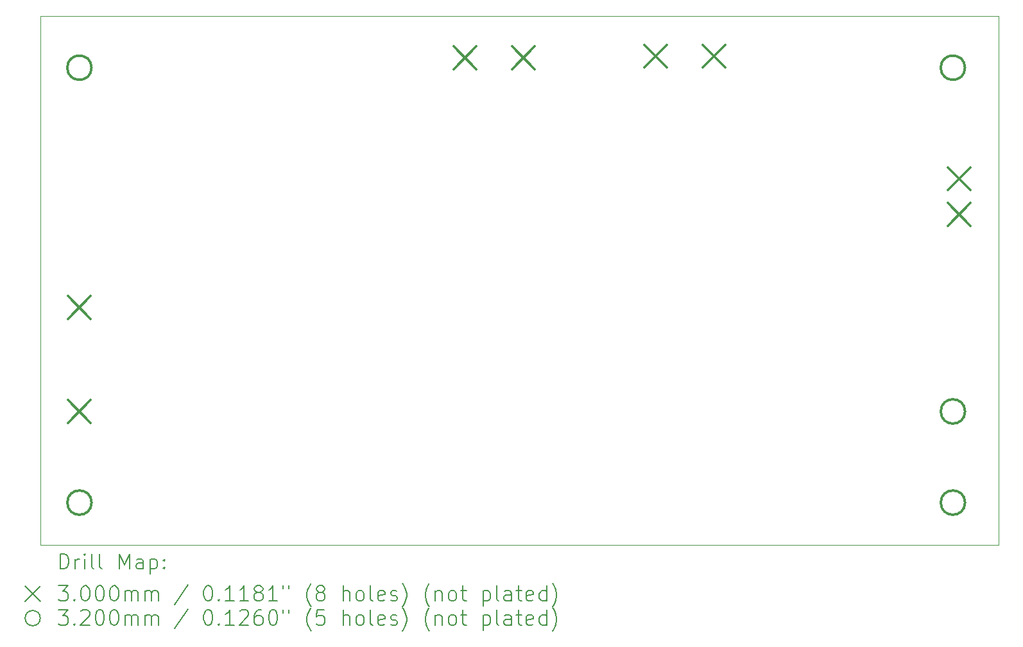
<source format=gbr>
%TF.GenerationSoftware,KiCad,Pcbnew,9.0.1*%
%TF.CreationDate,2025-06-09T13:53:20-07:00*%
%TF.ProjectId,chop_microcontroller_board,63686f70-5f6d-4696-9372-6f636f6e7472,rev?*%
%TF.SameCoordinates,Original*%
%TF.FileFunction,Drillmap*%
%TF.FilePolarity,Positive*%
%FSLAX45Y45*%
G04 Gerber Fmt 4.5, Leading zero omitted, Abs format (unit mm)*
G04 Created by KiCad (PCBNEW 9.0.1) date 2025-06-09 13:53:20*
%MOMM*%
%LPD*%
G01*
G04 APERTURE LIST*
%ADD10C,0.100000*%
%ADD11C,0.200000*%
%ADD12C,0.300000*%
%ADD13C,0.320000*%
G04 APERTURE END LIST*
D10*
X8765540Y-7067400D02*
X21401140Y-7067400D01*
X21401140Y-14045400D01*
X8765540Y-14045400D01*
X8765540Y-7067400D01*
D11*
D12*
X9126500Y-10764000D02*
X9426500Y-11064000D01*
X9426500Y-10764000D02*
X9126500Y-11064000D01*
X9126500Y-12134000D02*
X9426500Y-12434000D01*
X9426500Y-12134000D02*
X9126500Y-12434000D01*
X14215000Y-7468000D02*
X14515000Y-7768000D01*
X14515000Y-7468000D02*
X14215000Y-7768000D01*
X14985000Y-7468000D02*
X15285000Y-7768000D01*
X15285000Y-7468000D02*
X14985000Y-7768000D01*
X16730000Y-7450000D02*
X17030000Y-7750000D01*
X17030000Y-7450000D02*
X16730000Y-7750000D01*
X17500000Y-7450000D02*
X17800000Y-7750000D01*
X17800000Y-7450000D02*
X17500000Y-7750000D01*
X20732000Y-9066000D02*
X21032000Y-9366000D01*
X21032000Y-9066000D02*
X20732000Y-9366000D01*
X20732000Y-9536000D02*
X21032000Y-9836000D01*
X21032000Y-9536000D02*
X20732000Y-9836000D01*
D13*
X9436940Y-7750000D02*
G75*
G02*
X9116940Y-7750000I-160000J0D01*
G01*
X9116940Y-7750000D02*
G75*
G02*
X9436940Y-7750000I160000J0D01*
G01*
X9436940Y-13486500D02*
G75*
G02*
X9116940Y-13486500I-160000J0D01*
G01*
X9116940Y-13486500D02*
G75*
G02*
X9436940Y-13486500I160000J0D01*
G01*
X20960000Y-7750000D02*
G75*
G02*
X20640000Y-7750000I-160000J0D01*
G01*
X20640000Y-7750000D02*
G75*
G02*
X20960000Y-7750000I160000J0D01*
G01*
X20960000Y-12284000D02*
G75*
G02*
X20640000Y-12284000I-160000J0D01*
G01*
X20640000Y-12284000D02*
G75*
G02*
X20960000Y-12284000I160000J0D01*
G01*
X20960000Y-13486500D02*
G75*
G02*
X20640000Y-13486500I-160000J0D01*
G01*
X20640000Y-13486500D02*
G75*
G02*
X20960000Y-13486500I160000J0D01*
G01*
D11*
X9021317Y-14361884D02*
X9021317Y-14161884D01*
X9021317Y-14161884D02*
X9068936Y-14161884D01*
X9068936Y-14161884D02*
X9097507Y-14171408D01*
X9097507Y-14171408D02*
X9116555Y-14190455D01*
X9116555Y-14190455D02*
X9126079Y-14209503D01*
X9126079Y-14209503D02*
X9135603Y-14247598D01*
X9135603Y-14247598D02*
X9135603Y-14276169D01*
X9135603Y-14276169D02*
X9126079Y-14314265D01*
X9126079Y-14314265D02*
X9116555Y-14333312D01*
X9116555Y-14333312D02*
X9097507Y-14352360D01*
X9097507Y-14352360D02*
X9068936Y-14361884D01*
X9068936Y-14361884D02*
X9021317Y-14361884D01*
X9221317Y-14361884D02*
X9221317Y-14228550D01*
X9221317Y-14266646D02*
X9230841Y-14247598D01*
X9230841Y-14247598D02*
X9240364Y-14238074D01*
X9240364Y-14238074D02*
X9259412Y-14228550D01*
X9259412Y-14228550D02*
X9278460Y-14228550D01*
X9345126Y-14361884D02*
X9345126Y-14228550D01*
X9345126Y-14161884D02*
X9335603Y-14171408D01*
X9335603Y-14171408D02*
X9345126Y-14180931D01*
X9345126Y-14180931D02*
X9354650Y-14171408D01*
X9354650Y-14171408D02*
X9345126Y-14161884D01*
X9345126Y-14161884D02*
X9345126Y-14180931D01*
X9468936Y-14361884D02*
X9449888Y-14352360D01*
X9449888Y-14352360D02*
X9440364Y-14333312D01*
X9440364Y-14333312D02*
X9440364Y-14161884D01*
X9573698Y-14361884D02*
X9554650Y-14352360D01*
X9554650Y-14352360D02*
X9545126Y-14333312D01*
X9545126Y-14333312D02*
X9545126Y-14161884D01*
X9802269Y-14361884D02*
X9802269Y-14161884D01*
X9802269Y-14161884D02*
X9868936Y-14304741D01*
X9868936Y-14304741D02*
X9935603Y-14161884D01*
X9935603Y-14161884D02*
X9935603Y-14361884D01*
X10116555Y-14361884D02*
X10116555Y-14257122D01*
X10116555Y-14257122D02*
X10107031Y-14238074D01*
X10107031Y-14238074D02*
X10087984Y-14228550D01*
X10087984Y-14228550D02*
X10049888Y-14228550D01*
X10049888Y-14228550D02*
X10030841Y-14238074D01*
X10116555Y-14352360D02*
X10097507Y-14361884D01*
X10097507Y-14361884D02*
X10049888Y-14361884D01*
X10049888Y-14361884D02*
X10030841Y-14352360D01*
X10030841Y-14352360D02*
X10021317Y-14333312D01*
X10021317Y-14333312D02*
X10021317Y-14314265D01*
X10021317Y-14314265D02*
X10030841Y-14295217D01*
X10030841Y-14295217D02*
X10049888Y-14285693D01*
X10049888Y-14285693D02*
X10097507Y-14285693D01*
X10097507Y-14285693D02*
X10116555Y-14276169D01*
X10211793Y-14228550D02*
X10211793Y-14428550D01*
X10211793Y-14238074D02*
X10230841Y-14228550D01*
X10230841Y-14228550D02*
X10268936Y-14228550D01*
X10268936Y-14228550D02*
X10287984Y-14238074D01*
X10287984Y-14238074D02*
X10297507Y-14247598D01*
X10297507Y-14247598D02*
X10307031Y-14266646D01*
X10307031Y-14266646D02*
X10307031Y-14323788D01*
X10307031Y-14323788D02*
X10297507Y-14342836D01*
X10297507Y-14342836D02*
X10287984Y-14352360D01*
X10287984Y-14352360D02*
X10268936Y-14361884D01*
X10268936Y-14361884D02*
X10230841Y-14361884D01*
X10230841Y-14361884D02*
X10211793Y-14352360D01*
X10392745Y-14342836D02*
X10402269Y-14352360D01*
X10402269Y-14352360D02*
X10392745Y-14361884D01*
X10392745Y-14361884D02*
X10383222Y-14352360D01*
X10383222Y-14352360D02*
X10392745Y-14342836D01*
X10392745Y-14342836D02*
X10392745Y-14361884D01*
X10392745Y-14238074D02*
X10402269Y-14247598D01*
X10402269Y-14247598D02*
X10392745Y-14257122D01*
X10392745Y-14257122D02*
X10383222Y-14247598D01*
X10383222Y-14247598D02*
X10392745Y-14238074D01*
X10392745Y-14238074D02*
X10392745Y-14257122D01*
X8560540Y-14590400D02*
X8760540Y-14790400D01*
X8760540Y-14590400D02*
X8560540Y-14790400D01*
X9002269Y-14581884D02*
X9126079Y-14581884D01*
X9126079Y-14581884D02*
X9059412Y-14658074D01*
X9059412Y-14658074D02*
X9087984Y-14658074D01*
X9087984Y-14658074D02*
X9107031Y-14667598D01*
X9107031Y-14667598D02*
X9116555Y-14677122D01*
X9116555Y-14677122D02*
X9126079Y-14696169D01*
X9126079Y-14696169D02*
X9126079Y-14743788D01*
X9126079Y-14743788D02*
X9116555Y-14762836D01*
X9116555Y-14762836D02*
X9107031Y-14772360D01*
X9107031Y-14772360D02*
X9087984Y-14781884D01*
X9087984Y-14781884D02*
X9030841Y-14781884D01*
X9030841Y-14781884D02*
X9011793Y-14772360D01*
X9011793Y-14772360D02*
X9002269Y-14762836D01*
X9211793Y-14762836D02*
X9221317Y-14772360D01*
X9221317Y-14772360D02*
X9211793Y-14781884D01*
X9211793Y-14781884D02*
X9202269Y-14772360D01*
X9202269Y-14772360D02*
X9211793Y-14762836D01*
X9211793Y-14762836D02*
X9211793Y-14781884D01*
X9345126Y-14581884D02*
X9364174Y-14581884D01*
X9364174Y-14581884D02*
X9383222Y-14591408D01*
X9383222Y-14591408D02*
X9392745Y-14600931D01*
X9392745Y-14600931D02*
X9402269Y-14619979D01*
X9402269Y-14619979D02*
X9411793Y-14658074D01*
X9411793Y-14658074D02*
X9411793Y-14705693D01*
X9411793Y-14705693D02*
X9402269Y-14743788D01*
X9402269Y-14743788D02*
X9392745Y-14762836D01*
X9392745Y-14762836D02*
X9383222Y-14772360D01*
X9383222Y-14772360D02*
X9364174Y-14781884D01*
X9364174Y-14781884D02*
X9345126Y-14781884D01*
X9345126Y-14781884D02*
X9326079Y-14772360D01*
X9326079Y-14772360D02*
X9316555Y-14762836D01*
X9316555Y-14762836D02*
X9307031Y-14743788D01*
X9307031Y-14743788D02*
X9297507Y-14705693D01*
X9297507Y-14705693D02*
X9297507Y-14658074D01*
X9297507Y-14658074D02*
X9307031Y-14619979D01*
X9307031Y-14619979D02*
X9316555Y-14600931D01*
X9316555Y-14600931D02*
X9326079Y-14591408D01*
X9326079Y-14591408D02*
X9345126Y-14581884D01*
X9535603Y-14581884D02*
X9554650Y-14581884D01*
X9554650Y-14581884D02*
X9573698Y-14591408D01*
X9573698Y-14591408D02*
X9583222Y-14600931D01*
X9583222Y-14600931D02*
X9592745Y-14619979D01*
X9592745Y-14619979D02*
X9602269Y-14658074D01*
X9602269Y-14658074D02*
X9602269Y-14705693D01*
X9602269Y-14705693D02*
X9592745Y-14743788D01*
X9592745Y-14743788D02*
X9583222Y-14762836D01*
X9583222Y-14762836D02*
X9573698Y-14772360D01*
X9573698Y-14772360D02*
X9554650Y-14781884D01*
X9554650Y-14781884D02*
X9535603Y-14781884D01*
X9535603Y-14781884D02*
X9516555Y-14772360D01*
X9516555Y-14772360D02*
X9507031Y-14762836D01*
X9507031Y-14762836D02*
X9497507Y-14743788D01*
X9497507Y-14743788D02*
X9487984Y-14705693D01*
X9487984Y-14705693D02*
X9487984Y-14658074D01*
X9487984Y-14658074D02*
X9497507Y-14619979D01*
X9497507Y-14619979D02*
X9507031Y-14600931D01*
X9507031Y-14600931D02*
X9516555Y-14591408D01*
X9516555Y-14591408D02*
X9535603Y-14581884D01*
X9726079Y-14581884D02*
X9745126Y-14581884D01*
X9745126Y-14581884D02*
X9764174Y-14591408D01*
X9764174Y-14591408D02*
X9773698Y-14600931D01*
X9773698Y-14600931D02*
X9783222Y-14619979D01*
X9783222Y-14619979D02*
X9792745Y-14658074D01*
X9792745Y-14658074D02*
X9792745Y-14705693D01*
X9792745Y-14705693D02*
X9783222Y-14743788D01*
X9783222Y-14743788D02*
X9773698Y-14762836D01*
X9773698Y-14762836D02*
X9764174Y-14772360D01*
X9764174Y-14772360D02*
X9745126Y-14781884D01*
X9745126Y-14781884D02*
X9726079Y-14781884D01*
X9726079Y-14781884D02*
X9707031Y-14772360D01*
X9707031Y-14772360D02*
X9697507Y-14762836D01*
X9697507Y-14762836D02*
X9687984Y-14743788D01*
X9687984Y-14743788D02*
X9678460Y-14705693D01*
X9678460Y-14705693D02*
X9678460Y-14658074D01*
X9678460Y-14658074D02*
X9687984Y-14619979D01*
X9687984Y-14619979D02*
X9697507Y-14600931D01*
X9697507Y-14600931D02*
X9707031Y-14591408D01*
X9707031Y-14591408D02*
X9726079Y-14581884D01*
X9878460Y-14781884D02*
X9878460Y-14648550D01*
X9878460Y-14667598D02*
X9887984Y-14658074D01*
X9887984Y-14658074D02*
X9907031Y-14648550D01*
X9907031Y-14648550D02*
X9935603Y-14648550D01*
X9935603Y-14648550D02*
X9954650Y-14658074D01*
X9954650Y-14658074D02*
X9964174Y-14677122D01*
X9964174Y-14677122D02*
X9964174Y-14781884D01*
X9964174Y-14677122D02*
X9973698Y-14658074D01*
X9973698Y-14658074D02*
X9992745Y-14648550D01*
X9992745Y-14648550D02*
X10021317Y-14648550D01*
X10021317Y-14648550D02*
X10040365Y-14658074D01*
X10040365Y-14658074D02*
X10049888Y-14677122D01*
X10049888Y-14677122D02*
X10049888Y-14781884D01*
X10145126Y-14781884D02*
X10145126Y-14648550D01*
X10145126Y-14667598D02*
X10154650Y-14658074D01*
X10154650Y-14658074D02*
X10173698Y-14648550D01*
X10173698Y-14648550D02*
X10202269Y-14648550D01*
X10202269Y-14648550D02*
X10221317Y-14658074D01*
X10221317Y-14658074D02*
X10230841Y-14677122D01*
X10230841Y-14677122D02*
X10230841Y-14781884D01*
X10230841Y-14677122D02*
X10240365Y-14658074D01*
X10240365Y-14658074D02*
X10259412Y-14648550D01*
X10259412Y-14648550D02*
X10287984Y-14648550D01*
X10287984Y-14648550D02*
X10307031Y-14658074D01*
X10307031Y-14658074D02*
X10316555Y-14677122D01*
X10316555Y-14677122D02*
X10316555Y-14781884D01*
X10707031Y-14572360D02*
X10535603Y-14829503D01*
X10964174Y-14581884D02*
X10983222Y-14581884D01*
X10983222Y-14581884D02*
X11002269Y-14591408D01*
X11002269Y-14591408D02*
X11011793Y-14600931D01*
X11011793Y-14600931D02*
X11021317Y-14619979D01*
X11021317Y-14619979D02*
X11030841Y-14658074D01*
X11030841Y-14658074D02*
X11030841Y-14705693D01*
X11030841Y-14705693D02*
X11021317Y-14743788D01*
X11021317Y-14743788D02*
X11011793Y-14762836D01*
X11011793Y-14762836D02*
X11002269Y-14772360D01*
X11002269Y-14772360D02*
X10983222Y-14781884D01*
X10983222Y-14781884D02*
X10964174Y-14781884D01*
X10964174Y-14781884D02*
X10945127Y-14772360D01*
X10945127Y-14772360D02*
X10935603Y-14762836D01*
X10935603Y-14762836D02*
X10926079Y-14743788D01*
X10926079Y-14743788D02*
X10916555Y-14705693D01*
X10916555Y-14705693D02*
X10916555Y-14658074D01*
X10916555Y-14658074D02*
X10926079Y-14619979D01*
X10926079Y-14619979D02*
X10935603Y-14600931D01*
X10935603Y-14600931D02*
X10945127Y-14591408D01*
X10945127Y-14591408D02*
X10964174Y-14581884D01*
X11116555Y-14762836D02*
X11126079Y-14772360D01*
X11126079Y-14772360D02*
X11116555Y-14781884D01*
X11116555Y-14781884D02*
X11107031Y-14772360D01*
X11107031Y-14772360D02*
X11116555Y-14762836D01*
X11116555Y-14762836D02*
X11116555Y-14781884D01*
X11316555Y-14781884D02*
X11202269Y-14781884D01*
X11259412Y-14781884D02*
X11259412Y-14581884D01*
X11259412Y-14581884D02*
X11240365Y-14610455D01*
X11240365Y-14610455D02*
X11221317Y-14629503D01*
X11221317Y-14629503D02*
X11202269Y-14639027D01*
X11507031Y-14781884D02*
X11392746Y-14781884D01*
X11449888Y-14781884D02*
X11449888Y-14581884D01*
X11449888Y-14581884D02*
X11430841Y-14610455D01*
X11430841Y-14610455D02*
X11411793Y-14629503D01*
X11411793Y-14629503D02*
X11392746Y-14639027D01*
X11621317Y-14667598D02*
X11602269Y-14658074D01*
X11602269Y-14658074D02*
X11592746Y-14648550D01*
X11592746Y-14648550D02*
X11583222Y-14629503D01*
X11583222Y-14629503D02*
X11583222Y-14619979D01*
X11583222Y-14619979D02*
X11592746Y-14600931D01*
X11592746Y-14600931D02*
X11602269Y-14591408D01*
X11602269Y-14591408D02*
X11621317Y-14581884D01*
X11621317Y-14581884D02*
X11659412Y-14581884D01*
X11659412Y-14581884D02*
X11678460Y-14591408D01*
X11678460Y-14591408D02*
X11687984Y-14600931D01*
X11687984Y-14600931D02*
X11697507Y-14619979D01*
X11697507Y-14619979D02*
X11697507Y-14629503D01*
X11697507Y-14629503D02*
X11687984Y-14648550D01*
X11687984Y-14648550D02*
X11678460Y-14658074D01*
X11678460Y-14658074D02*
X11659412Y-14667598D01*
X11659412Y-14667598D02*
X11621317Y-14667598D01*
X11621317Y-14667598D02*
X11602269Y-14677122D01*
X11602269Y-14677122D02*
X11592746Y-14686646D01*
X11592746Y-14686646D02*
X11583222Y-14705693D01*
X11583222Y-14705693D02*
X11583222Y-14743788D01*
X11583222Y-14743788D02*
X11592746Y-14762836D01*
X11592746Y-14762836D02*
X11602269Y-14772360D01*
X11602269Y-14772360D02*
X11621317Y-14781884D01*
X11621317Y-14781884D02*
X11659412Y-14781884D01*
X11659412Y-14781884D02*
X11678460Y-14772360D01*
X11678460Y-14772360D02*
X11687984Y-14762836D01*
X11687984Y-14762836D02*
X11697507Y-14743788D01*
X11697507Y-14743788D02*
X11697507Y-14705693D01*
X11697507Y-14705693D02*
X11687984Y-14686646D01*
X11687984Y-14686646D02*
X11678460Y-14677122D01*
X11678460Y-14677122D02*
X11659412Y-14667598D01*
X11887984Y-14781884D02*
X11773698Y-14781884D01*
X11830841Y-14781884D02*
X11830841Y-14581884D01*
X11830841Y-14581884D02*
X11811793Y-14610455D01*
X11811793Y-14610455D02*
X11792746Y-14629503D01*
X11792746Y-14629503D02*
X11773698Y-14639027D01*
X11964174Y-14581884D02*
X11964174Y-14619979D01*
X12040365Y-14581884D02*
X12040365Y-14619979D01*
X12335603Y-14858074D02*
X12326079Y-14848550D01*
X12326079Y-14848550D02*
X12307031Y-14819979D01*
X12307031Y-14819979D02*
X12297508Y-14800931D01*
X12297508Y-14800931D02*
X12287984Y-14772360D01*
X12287984Y-14772360D02*
X12278460Y-14724741D01*
X12278460Y-14724741D02*
X12278460Y-14686646D01*
X12278460Y-14686646D02*
X12287984Y-14639027D01*
X12287984Y-14639027D02*
X12297508Y-14610455D01*
X12297508Y-14610455D02*
X12307031Y-14591408D01*
X12307031Y-14591408D02*
X12326079Y-14562836D01*
X12326079Y-14562836D02*
X12335603Y-14553312D01*
X12440365Y-14667598D02*
X12421317Y-14658074D01*
X12421317Y-14658074D02*
X12411793Y-14648550D01*
X12411793Y-14648550D02*
X12402269Y-14629503D01*
X12402269Y-14629503D02*
X12402269Y-14619979D01*
X12402269Y-14619979D02*
X12411793Y-14600931D01*
X12411793Y-14600931D02*
X12421317Y-14591408D01*
X12421317Y-14591408D02*
X12440365Y-14581884D01*
X12440365Y-14581884D02*
X12478460Y-14581884D01*
X12478460Y-14581884D02*
X12497508Y-14591408D01*
X12497508Y-14591408D02*
X12507031Y-14600931D01*
X12507031Y-14600931D02*
X12516555Y-14619979D01*
X12516555Y-14619979D02*
X12516555Y-14629503D01*
X12516555Y-14629503D02*
X12507031Y-14648550D01*
X12507031Y-14648550D02*
X12497508Y-14658074D01*
X12497508Y-14658074D02*
X12478460Y-14667598D01*
X12478460Y-14667598D02*
X12440365Y-14667598D01*
X12440365Y-14667598D02*
X12421317Y-14677122D01*
X12421317Y-14677122D02*
X12411793Y-14686646D01*
X12411793Y-14686646D02*
X12402269Y-14705693D01*
X12402269Y-14705693D02*
X12402269Y-14743788D01*
X12402269Y-14743788D02*
X12411793Y-14762836D01*
X12411793Y-14762836D02*
X12421317Y-14772360D01*
X12421317Y-14772360D02*
X12440365Y-14781884D01*
X12440365Y-14781884D02*
X12478460Y-14781884D01*
X12478460Y-14781884D02*
X12497508Y-14772360D01*
X12497508Y-14772360D02*
X12507031Y-14762836D01*
X12507031Y-14762836D02*
X12516555Y-14743788D01*
X12516555Y-14743788D02*
X12516555Y-14705693D01*
X12516555Y-14705693D02*
X12507031Y-14686646D01*
X12507031Y-14686646D02*
X12497508Y-14677122D01*
X12497508Y-14677122D02*
X12478460Y-14667598D01*
X12754650Y-14781884D02*
X12754650Y-14581884D01*
X12840365Y-14781884D02*
X12840365Y-14677122D01*
X12840365Y-14677122D02*
X12830841Y-14658074D01*
X12830841Y-14658074D02*
X12811793Y-14648550D01*
X12811793Y-14648550D02*
X12783222Y-14648550D01*
X12783222Y-14648550D02*
X12764174Y-14658074D01*
X12764174Y-14658074D02*
X12754650Y-14667598D01*
X12964174Y-14781884D02*
X12945127Y-14772360D01*
X12945127Y-14772360D02*
X12935603Y-14762836D01*
X12935603Y-14762836D02*
X12926079Y-14743788D01*
X12926079Y-14743788D02*
X12926079Y-14686646D01*
X12926079Y-14686646D02*
X12935603Y-14667598D01*
X12935603Y-14667598D02*
X12945127Y-14658074D01*
X12945127Y-14658074D02*
X12964174Y-14648550D01*
X12964174Y-14648550D02*
X12992746Y-14648550D01*
X12992746Y-14648550D02*
X13011793Y-14658074D01*
X13011793Y-14658074D02*
X13021317Y-14667598D01*
X13021317Y-14667598D02*
X13030841Y-14686646D01*
X13030841Y-14686646D02*
X13030841Y-14743788D01*
X13030841Y-14743788D02*
X13021317Y-14762836D01*
X13021317Y-14762836D02*
X13011793Y-14772360D01*
X13011793Y-14772360D02*
X12992746Y-14781884D01*
X12992746Y-14781884D02*
X12964174Y-14781884D01*
X13145127Y-14781884D02*
X13126079Y-14772360D01*
X13126079Y-14772360D02*
X13116555Y-14753312D01*
X13116555Y-14753312D02*
X13116555Y-14581884D01*
X13297508Y-14772360D02*
X13278460Y-14781884D01*
X13278460Y-14781884D02*
X13240365Y-14781884D01*
X13240365Y-14781884D02*
X13221317Y-14772360D01*
X13221317Y-14772360D02*
X13211793Y-14753312D01*
X13211793Y-14753312D02*
X13211793Y-14677122D01*
X13211793Y-14677122D02*
X13221317Y-14658074D01*
X13221317Y-14658074D02*
X13240365Y-14648550D01*
X13240365Y-14648550D02*
X13278460Y-14648550D01*
X13278460Y-14648550D02*
X13297508Y-14658074D01*
X13297508Y-14658074D02*
X13307031Y-14677122D01*
X13307031Y-14677122D02*
X13307031Y-14696169D01*
X13307031Y-14696169D02*
X13211793Y-14715217D01*
X13383222Y-14772360D02*
X13402270Y-14781884D01*
X13402270Y-14781884D02*
X13440365Y-14781884D01*
X13440365Y-14781884D02*
X13459412Y-14772360D01*
X13459412Y-14772360D02*
X13468936Y-14753312D01*
X13468936Y-14753312D02*
X13468936Y-14743788D01*
X13468936Y-14743788D02*
X13459412Y-14724741D01*
X13459412Y-14724741D02*
X13440365Y-14715217D01*
X13440365Y-14715217D02*
X13411793Y-14715217D01*
X13411793Y-14715217D02*
X13392746Y-14705693D01*
X13392746Y-14705693D02*
X13383222Y-14686646D01*
X13383222Y-14686646D02*
X13383222Y-14677122D01*
X13383222Y-14677122D02*
X13392746Y-14658074D01*
X13392746Y-14658074D02*
X13411793Y-14648550D01*
X13411793Y-14648550D02*
X13440365Y-14648550D01*
X13440365Y-14648550D02*
X13459412Y-14658074D01*
X13535603Y-14858074D02*
X13545127Y-14848550D01*
X13545127Y-14848550D02*
X13564174Y-14819979D01*
X13564174Y-14819979D02*
X13573698Y-14800931D01*
X13573698Y-14800931D02*
X13583222Y-14772360D01*
X13583222Y-14772360D02*
X13592746Y-14724741D01*
X13592746Y-14724741D02*
X13592746Y-14686646D01*
X13592746Y-14686646D02*
X13583222Y-14639027D01*
X13583222Y-14639027D02*
X13573698Y-14610455D01*
X13573698Y-14610455D02*
X13564174Y-14591408D01*
X13564174Y-14591408D02*
X13545127Y-14562836D01*
X13545127Y-14562836D02*
X13535603Y-14553312D01*
X13897508Y-14858074D02*
X13887984Y-14848550D01*
X13887984Y-14848550D02*
X13868936Y-14819979D01*
X13868936Y-14819979D02*
X13859412Y-14800931D01*
X13859412Y-14800931D02*
X13849889Y-14772360D01*
X13849889Y-14772360D02*
X13840365Y-14724741D01*
X13840365Y-14724741D02*
X13840365Y-14686646D01*
X13840365Y-14686646D02*
X13849889Y-14639027D01*
X13849889Y-14639027D02*
X13859412Y-14610455D01*
X13859412Y-14610455D02*
X13868936Y-14591408D01*
X13868936Y-14591408D02*
X13887984Y-14562836D01*
X13887984Y-14562836D02*
X13897508Y-14553312D01*
X13973698Y-14648550D02*
X13973698Y-14781884D01*
X13973698Y-14667598D02*
X13983222Y-14658074D01*
X13983222Y-14658074D02*
X14002270Y-14648550D01*
X14002270Y-14648550D02*
X14030841Y-14648550D01*
X14030841Y-14648550D02*
X14049889Y-14658074D01*
X14049889Y-14658074D02*
X14059412Y-14677122D01*
X14059412Y-14677122D02*
X14059412Y-14781884D01*
X14183222Y-14781884D02*
X14164174Y-14772360D01*
X14164174Y-14772360D02*
X14154651Y-14762836D01*
X14154651Y-14762836D02*
X14145127Y-14743788D01*
X14145127Y-14743788D02*
X14145127Y-14686646D01*
X14145127Y-14686646D02*
X14154651Y-14667598D01*
X14154651Y-14667598D02*
X14164174Y-14658074D01*
X14164174Y-14658074D02*
X14183222Y-14648550D01*
X14183222Y-14648550D02*
X14211793Y-14648550D01*
X14211793Y-14648550D02*
X14230841Y-14658074D01*
X14230841Y-14658074D02*
X14240365Y-14667598D01*
X14240365Y-14667598D02*
X14249889Y-14686646D01*
X14249889Y-14686646D02*
X14249889Y-14743788D01*
X14249889Y-14743788D02*
X14240365Y-14762836D01*
X14240365Y-14762836D02*
X14230841Y-14772360D01*
X14230841Y-14772360D02*
X14211793Y-14781884D01*
X14211793Y-14781884D02*
X14183222Y-14781884D01*
X14307032Y-14648550D02*
X14383222Y-14648550D01*
X14335603Y-14581884D02*
X14335603Y-14753312D01*
X14335603Y-14753312D02*
X14345127Y-14772360D01*
X14345127Y-14772360D02*
X14364174Y-14781884D01*
X14364174Y-14781884D02*
X14383222Y-14781884D01*
X14602270Y-14648550D02*
X14602270Y-14848550D01*
X14602270Y-14658074D02*
X14621317Y-14648550D01*
X14621317Y-14648550D02*
X14659413Y-14648550D01*
X14659413Y-14648550D02*
X14678460Y-14658074D01*
X14678460Y-14658074D02*
X14687984Y-14667598D01*
X14687984Y-14667598D02*
X14697508Y-14686646D01*
X14697508Y-14686646D02*
X14697508Y-14743788D01*
X14697508Y-14743788D02*
X14687984Y-14762836D01*
X14687984Y-14762836D02*
X14678460Y-14772360D01*
X14678460Y-14772360D02*
X14659413Y-14781884D01*
X14659413Y-14781884D02*
X14621317Y-14781884D01*
X14621317Y-14781884D02*
X14602270Y-14772360D01*
X14811793Y-14781884D02*
X14792746Y-14772360D01*
X14792746Y-14772360D02*
X14783222Y-14753312D01*
X14783222Y-14753312D02*
X14783222Y-14581884D01*
X14973698Y-14781884D02*
X14973698Y-14677122D01*
X14973698Y-14677122D02*
X14964174Y-14658074D01*
X14964174Y-14658074D02*
X14945127Y-14648550D01*
X14945127Y-14648550D02*
X14907032Y-14648550D01*
X14907032Y-14648550D02*
X14887984Y-14658074D01*
X14973698Y-14772360D02*
X14954651Y-14781884D01*
X14954651Y-14781884D02*
X14907032Y-14781884D01*
X14907032Y-14781884D02*
X14887984Y-14772360D01*
X14887984Y-14772360D02*
X14878460Y-14753312D01*
X14878460Y-14753312D02*
X14878460Y-14734265D01*
X14878460Y-14734265D02*
X14887984Y-14715217D01*
X14887984Y-14715217D02*
X14907032Y-14705693D01*
X14907032Y-14705693D02*
X14954651Y-14705693D01*
X14954651Y-14705693D02*
X14973698Y-14696169D01*
X15040365Y-14648550D02*
X15116555Y-14648550D01*
X15068936Y-14581884D02*
X15068936Y-14753312D01*
X15068936Y-14753312D02*
X15078460Y-14772360D01*
X15078460Y-14772360D02*
X15097508Y-14781884D01*
X15097508Y-14781884D02*
X15116555Y-14781884D01*
X15259413Y-14772360D02*
X15240365Y-14781884D01*
X15240365Y-14781884D02*
X15202270Y-14781884D01*
X15202270Y-14781884D02*
X15183222Y-14772360D01*
X15183222Y-14772360D02*
X15173698Y-14753312D01*
X15173698Y-14753312D02*
X15173698Y-14677122D01*
X15173698Y-14677122D02*
X15183222Y-14658074D01*
X15183222Y-14658074D02*
X15202270Y-14648550D01*
X15202270Y-14648550D02*
X15240365Y-14648550D01*
X15240365Y-14648550D02*
X15259413Y-14658074D01*
X15259413Y-14658074D02*
X15268936Y-14677122D01*
X15268936Y-14677122D02*
X15268936Y-14696169D01*
X15268936Y-14696169D02*
X15173698Y-14715217D01*
X15440365Y-14781884D02*
X15440365Y-14581884D01*
X15440365Y-14772360D02*
X15421317Y-14781884D01*
X15421317Y-14781884D02*
X15383222Y-14781884D01*
X15383222Y-14781884D02*
X15364174Y-14772360D01*
X15364174Y-14772360D02*
X15354651Y-14762836D01*
X15354651Y-14762836D02*
X15345127Y-14743788D01*
X15345127Y-14743788D02*
X15345127Y-14686646D01*
X15345127Y-14686646D02*
X15354651Y-14667598D01*
X15354651Y-14667598D02*
X15364174Y-14658074D01*
X15364174Y-14658074D02*
X15383222Y-14648550D01*
X15383222Y-14648550D02*
X15421317Y-14648550D01*
X15421317Y-14648550D02*
X15440365Y-14658074D01*
X15516555Y-14858074D02*
X15526079Y-14848550D01*
X15526079Y-14848550D02*
X15545127Y-14819979D01*
X15545127Y-14819979D02*
X15554651Y-14800931D01*
X15554651Y-14800931D02*
X15564174Y-14772360D01*
X15564174Y-14772360D02*
X15573698Y-14724741D01*
X15573698Y-14724741D02*
X15573698Y-14686646D01*
X15573698Y-14686646D02*
X15564174Y-14639027D01*
X15564174Y-14639027D02*
X15554651Y-14610455D01*
X15554651Y-14610455D02*
X15545127Y-14591408D01*
X15545127Y-14591408D02*
X15526079Y-14562836D01*
X15526079Y-14562836D02*
X15516555Y-14553312D01*
X8760540Y-15010400D02*
G75*
G02*
X8560540Y-15010400I-100000J0D01*
G01*
X8560540Y-15010400D02*
G75*
G02*
X8760540Y-15010400I100000J0D01*
G01*
X9002269Y-14901884D02*
X9126079Y-14901884D01*
X9126079Y-14901884D02*
X9059412Y-14978074D01*
X9059412Y-14978074D02*
X9087984Y-14978074D01*
X9087984Y-14978074D02*
X9107031Y-14987598D01*
X9107031Y-14987598D02*
X9116555Y-14997122D01*
X9116555Y-14997122D02*
X9126079Y-15016169D01*
X9126079Y-15016169D02*
X9126079Y-15063788D01*
X9126079Y-15063788D02*
X9116555Y-15082836D01*
X9116555Y-15082836D02*
X9107031Y-15092360D01*
X9107031Y-15092360D02*
X9087984Y-15101884D01*
X9087984Y-15101884D02*
X9030841Y-15101884D01*
X9030841Y-15101884D02*
X9011793Y-15092360D01*
X9011793Y-15092360D02*
X9002269Y-15082836D01*
X9211793Y-15082836D02*
X9221317Y-15092360D01*
X9221317Y-15092360D02*
X9211793Y-15101884D01*
X9211793Y-15101884D02*
X9202269Y-15092360D01*
X9202269Y-15092360D02*
X9211793Y-15082836D01*
X9211793Y-15082836D02*
X9211793Y-15101884D01*
X9297507Y-14920931D02*
X9307031Y-14911408D01*
X9307031Y-14911408D02*
X9326079Y-14901884D01*
X9326079Y-14901884D02*
X9373698Y-14901884D01*
X9373698Y-14901884D02*
X9392745Y-14911408D01*
X9392745Y-14911408D02*
X9402269Y-14920931D01*
X9402269Y-14920931D02*
X9411793Y-14939979D01*
X9411793Y-14939979D02*
X9411793Y-14959027D01*
X9411793Y-14959027D02*
X9402269Y-14987598D01*
X9402269Y-14987598D02*
X9287984Y-15101884D01*
X9287984Y-15101884D02*
X9411793Y-15101884D01*
X9535603Y-14901884D02*
X9554650Y-14901884D01*
X9554650Y-14901884D02*
X9573698Y-14911408D01*
X9573698Y-14911408D02*
X9583222Y-14920931D01*
X9583222Y-14920931D02*
X9592745Y-14939979D01*
X9592745Y-14939979D02*
X9602269Y-14978074D01*
X9602269Y-14978074D02*
X9602269Y-15025693D01*
X9602269Y-15025693D02*
X9592745Y-15063788D01*
X9592745Y-15063788D02*
X9583222Y-15082836D01*
X9583222Y-15082836D02*
X9573698Y-15092360D01*
X9573698Y-15092360D02*
X9554650Y-15101884D01*
X9554650Y-15101884D02*
X9535603Y-15101884D01*
X9535603Y-15101884D02*
X9516555Y-15092360D01*
X9516555Y-15092360D02*
X9507031Y-15082836D01*
X9507031Y-15082836D02*
X9497507Y-15063788D01*
X9497507Y-15063788D02*
X9487984Y-15025693D01*
X9487984Y-15025693D02*
X9487984Y-14978074D01*
X9487984Y-14978074D02*
X9497507Y-14939979D01*
X9497507Y-14939979D02*
X9507031Y-14920931D01*
X9507031Y-14920931D02*
X9516555Y-14911408D01*
X9516555Y-14911408D02*
X9535603Y-14901884D01*
X9726079Y-14901884D02*
X9745126Y-14901884D01*
X9745126Y-14901884D02*
X9764174Y-14911408D01*
X9764174Y-14911408D02*
X9773698Y-14920931D01*
X9773698Y-14920931D02*
X9783222Y-14939979D01*
X9783222Y-14939979D02*
X9792745Y-14978074D01*
X9792745Y-14978074D02*
X9792745Y-15025693D01*
X9792745Y-15025693D02*
X9783222Y-15063788D01*
X9783222Y-15063788D02*
X9773698Y-15082836D01*
X9773698Y-15082836D02*
X9764174Y-15092360D01*
X9764174Y-15092360D02*
X9745126Y-15101884D01*
X9745126Y-15101884D02*
X9726079Y-15101884D01*
X9726079Y-15101884D02*
X9707031Y-15092360D01*
X9707031Y-15092360D02*
X9697507Y-15082836D01*
X9697507Y-15082836D02*
X9687984Y-15063788D01*
X9687984Y-15063788D02*
X9678460Y-15025693D01*
X9678460Y-15025693D02*
X9678460Y-14978074D01*
X9678460Y-14978074D02*
X9687984Y-14939979D01*
X9687984Y-14939979D02*
X9697507Y-14920931D01*
X9697507Y-14920931D02*
X9707031Y-14911408D01*
X9707031Y-14911408D02*
X9726079Y-14901884D01*
X9878460Y-15101884D02*
X9878460Y-14968550D01*
X9878460Y-14987598D02*
X9887984Y-14978074D01*
X9887984Y-14978074D02*
X9907031Y-14968550D01*
X9907031Y-14968550D02*
X9935603Y-14968550D01*
X9935603Y-14968550D02*
X9954650Y-14978074D01*
X9954650Y-14978074D02*
X9964174Y-14997122D01*
X9964174Y-14997122D02*
X9964174Y-15101884D01*
X9964174Y-14997122D02*
X9973698Y-14978074D01*
X9973698Y-14978074D02*
X9992745Y-14968550D01*
X9992745Y-14968550D02*
X10021317Y-14968550D01*
X10021317Y-14968550D02*
X10040365Y-14978074D01*
X10040365Y-14978074D02*
X10049888Y-14997122D01*
X10049888Y-14997122D02*
X10049888Y-15101884D01*
X10145126Y-15101884D02*
X10145126Y-14968550D01*
X10145126Y-14987598D02*
X10154650Y-14978074D01*
X10154650Y-14978074D02*
X10173698Y-14968550D01*
X10173698Y-14968550D02*
X10202269Y-14968550D01*
X10202269Y-14968550D02*
X10221317Y-14978074D01*
X10221317Y-14978074D02*
X10230841Y-14997122D01*
X10230841Y-14997122D02*
X10230841Y-15101884D01*
X10230841Y-14997122D02*
X10240365Y-14978074D01*
X10240365Y-14978074D02*
X10259412Y-14968550D01*
X10259412Y-14968550D02*
X10287984Y-14968550D01*
X10287984Y-14968550D02*
X10307031Y-14978074D01*
X10307031Y-14978074D02*
X10316555Y-14997122D01*
X10316555Y-14997122D02*
X10316555Y-15101884D01*
X10707031Y-14892360D02*
X10535603Y-15149503D01*
X10964174Y-14901884D02*
X10983222Y-14901884D01*
X10983222Y-14901884D02*
X11002269Y-14911408D01*
X11002269Y-14911408D02*
X11011793Y-14920931D01*
X11011793Y-14920931D02*
X11021317Y-14939979D01*
X11021317Y-14939979D02*
X11030841Y-14978074D01*
X11030841Y-14978074D02*
X11030841Y-15025693D01*
X11030841Y-15025693D02*
X11021317Y-15063788D01*
X11021317Y-15063788D02*
X11011793Y-15082836D01*
X11011793Y-15082836D02*
X11002269Y-15092360D01*
X11002269Y-15092360D02*
X10983222Y-15101884D01*
X10983222Y-15101884D02*
X10964174Y-15101884D01*
X10964174Y-15101884D02*
X10945127Y-15092360D01*
X10945127Y-15092360D02*
X10935603Y-15082836D01*
X10935603Y-15082836D02*
X10926079Y-15063788D01*
X10926079Y-15063788D02*
X10916555Y-15025693D01*
X10916555Y-15025693D02*
X10916555Y-14978074D01*
X10916555Y-14978074D02*
X10926079Y-14939979D01*
X10926079Y-14939979D02*
X10935603Y-14920931D01*
X10935603Y-14920931D02*
X10945127Y-14911408D01*
X10945127Y-14911408D02*
X10964174Y-14901884D01*
X11116555Y-15082836D02*
X11126079Y-15092360D01*
X11126079Y-15092360D02*
X11116555Y-15101884D01*
X11116555Y-15101884D02*
X11107031Y-15092360D01*
X11107031Y-15092360D02*
X11116555Y-15082836D01*
X11116555Y-15082836D02*
X11116555Y-15101884D01*
X11316555Y-15101884D02*
X11202269Y-15101884D01*
X11259412Y-15101884D02*
X11259412Y-14901884D01*
X11259412Y-14901884D02*
X11240365Y-14930455D01*
X11240365Y-14930455D02*
X11221317Y-14949503D01*
X11221317Y-14949503D02*
X11202269Y-14959027D01*
X11392746Y-14920931D02*
X11402269Y-14911408D01*
X11402269Y-14911408D02*
X11421317Y-14901884D01*
X11421317Y-14901884D02*
X11468936Y-14901884D01*
X11468936Y-14901884D02*
X11487984Y-14911408D01*
X11487984Y-14911408D02*
X11497507Y-14920931D01*
X11497507Y-14920931D02*
X11507031Y-14939979D01*
X11507031Y-14939979D02*
X11507031Y-14959027D01*
X11507031Y-14959027D02*
X11497507Y-14987598D01*
X11497507Y-14987598D02*
X11383222Y-15101884D01*
X11383222Y-15101884D02*
X11507031Y-15101884D01*
X11678460Y-14901884D02*
X11640365Y-14901884D01*
X11640365Y-14901884D02*
X11621317Y-14911408D01*
X11621317Y-14911408D02*
X11611793Y-14920931D01*
X11611793Y-14920931D02*
X11592746Y-14949503D01*
X11592746Y-14949503D02*
X11583222Y-14987598D01*
X11583222Y-14987598D02*
X11583222Y-15063788D01*
X11583222Y-15063788D02*
X11592746Y-15082836D01*
X11592746Y-15082836D02*
X11602269Y-15092360D01*
X11602269Y-15092360D02*
X11621317Y-15101884D01*
X11621317Y-15101884D02*
X11659412Y-15101884D01*
X11659412Y-15101884D02*
X11678460Y-15092360D01*
X11678460Y-15092360D02*
X11687984Y-15082836D01*
X11687984Y-15082836D02*
X11697507Y-15063788D01*
X11697507Y-15063788D02*
X11697507Y-15016169D01*
X11697507Y-15016169D02*
X11687984Y-14997122D01*
X11687984Y-14997122D02*
X11678460Y-14987598D01*
X11678460Y-14987598D02*
X11659412Y-14978074D01*
X11659412Y-14978074D02*
X11621317Y-14978074D01*
X11621317Y-14978074D02*
X11602269Y-14987598D01*
X11602269Y-14987598D02*
X11592746Y-14997122D01*
X11592746Y-14997122D02*
X11583222Y-15016169D01*
X11821317Y-14901884D02*
X11840365Y-14901884D01*
X11840365Y-14901884D02*
X11859412Y-14911408D01*
X11859412Y-14911408D02*
X11868936Y-14920931D01*
X11868936Y-14920931D02*
X11878460Y-14939979D01*
X11878460Y-14939979D02*
X11887984Y-14978074D01*
X11887984Y-14978074D02*
X11887984Y-15025693D01*
X11887984Y-15025693D02*
X11878460Y-15063788D01*
X11878460Y-15063788D02*
X11868936Y-15082836D01*
X11868936Y-15082836D02*
X11859412Y-15092360D01*
X11859412Y-15092360D02*
X11840365Y-15101884D01*
X11840365Y-15101884D02*
X11821317Y-15101884D01*
X11821317Y-15101884D02*
X11802269Y-15092360D01*
X11802269Y-15092360D02*
X11792746Y-15082836D01*
X11792746Y-15082836D02*
X11783222Y-15063788D01*
X11783222Y-15063788D02*
X11773698Y-15025693D01*
X11773698Y-15025693D02*
X11773698Y-14978074D01*
X11773698Y-14978074D02*
X11783222Y-14939979D01*
X11783222Y-14939979D02*
X11792746Y-14920931D01*
X11792746Y-14920931D02*
X11802269Y-14911408D01*
X11802269Y-14911408D02*
X11821317Y-14901884D01*
X11964174Y-14901884D02*
X11964174Y-14939979D01*
X12040365Y-14901884D02*
X12040365Y-14939979D01*
X12335603Y-15178074D02*
X12326079Y-15168550D01*
X12326079Y-15168550D02*
X12307031Y-15139979D01*
X12307031Y-15139979D02*
X12297508Y-15120931D01*
X12297508Y-15120931D02*
X12287984Y-15092360D01*
X12287984Y-15092360D02*
X12278460Y-15044741D01*
X12278460Y-15044741D02*
X12278460Y-15006646D01*
X12278460Y-15006646D02*
X12287984Y-14959027D01*
X12287984Y-14959027D02*
X12297508Y-14930455D01*
X12297508Y-14930455D02*
X12307031Y-14911408D01*
X12307031Y-14911408D02*
X12326079Y-14882836D01*
X12326079Y-14882836D02*
X12335603Y-14873312D01*
X12507031Y-14901884D02*
X12411793Y-14901884D01*
X12411793Y-14901884D02*
X12402269Y-14997122D01*
X12402269Y-14997122D02*
X12411793Y-14987598D01*
X12411793Y-14987598D02*
X12430841Y-14978074D01*
X12430841Y-14978074D02*
X12478460Y-14978074D01*
X12478460Y-14978074D02*
X12497508Y-14987598D01*
X12497508Y-14987598D02*
X12507031Y-14997122D01*
X12507031Y-14997122D02*
X12516555Y-15016169D01*
X12516555Y-15016169D02*
X12516555Y-15063788D01*
X12516555Y-15063788D02*
X12507031Y-15082836D01*
X12507031Y-15082836D02*
X12497508Y-15092360D01*
X12497508Y-15092360D02*
X12478460Y-15101884D01*
X12478460Y-15101884D02*
X12430841Y-15101884D01*
X12430841Y-15101884D02*
X12411793Y-15092360D01*
X12411793Y-15092360D02*
X12402269Y-15082836D01*
X12754650Y-15101884D02*
X12754650Y-14901884D01*
X12840365Y-15101884D02*
X12840365Y-14997122D01*
X12840365Y-14997122D02*
X12830841Y-14978074D01*
X12830841Y-14978074D02*
X12811793Y-14968550D01*
X12811793Y-14968550D02*
X12783222Y-14968550D01*
X12783222Y-14968550D02*
X12764174Y-14978074D01*
X12764174Y-14978074D02*
X12754650Y-14987598D01*
X12964174Y-15101884D02*
X12945127Y-15092360D01*
X12945127Y-15092360D02*
X12935603Y-15082836D01*
X12935603Y-15082836D02*
X12926079Y-15063788D01*
X12926079Y-15063788D02*
X12926079Y-15006646D01*
X12926079Y-15006646D02*
X12935603Y-14987598D01*
X12935603Y-14987598D02*
X12945127Y-14978074D01*
X12945127Y-14978074D02*
X12964174Y-14968550D01*
X12964174Y-14968550D02*
X12992746Y-14968550D01*
X12992746Y-14968550D02*
X13011793Y-14978074D01*
X13011793Y-14978074D02*
X13021317Y-14987598D01*
X13021317Y-14987598D02*
X13030841Y-15006646D01*
X13030841Y-15006646D02*
X13030841Y-15063788D01*
X13030841Y-15063788D02*
X13021317Y-15082836D01*
X13021317Y-15082836D02*
X13011793Y-15092360D01*
X13011793Y-15092360D02*
X12992746Y-15101884D01*
X12992746Y-15101884D02*
X12964174Y-15101884D01*
X13145127Y-15101884D02*
X13126079Y-15092360D01*
X13126079Y-15092360D02*
X13116555Y-15073312D01*
X13116555Y-15073312D02*
X13116555Y-14901884D01*
X13297508Y-15092360D02*
X13278460Y-15101884D01*
X13278460Y-15101884D02*
X13240365Y-15101884D01*
X13240365Y-15101884D02*
X13221317Y-15092360D01*
X13221317Y-15092360D02*
X13211793Y-15073312D01*
X13211793Y-15073312D02*
X13211793Y-14997122D01*
X13211793Y-14997122D02*
X13221317Y-14978074D01*
X13221317Y-14978074D02*
X13240365Y-14968550D01*
X13240365Y-14968550D02*
X13278460Y-14968550D01*
X13278460Y-14968550D02*
X13297508Y-14978074D01*
X13297508Y-14978074D02*
X13307031Y-14997122D01*
X13307031Y-14997122D02*
X13307031Y-15016169D01*
X13307031Y-15016169D02*
X13211793Y-15035217D01*
X13383222Y-15092360D02*
X13402270Y-15101884D01*
X13402270Y-15101884D02*
X13440365Y-15101884D01*
X13440365Y-15101884D02*
X13459412Y-15092360D01*
X13459412Y-15092360D02*
X13468936Y-15073312D01*
X13468936Y-15073312D02*
X13468936Y-15063788D01*
X13468936Y-15063788D02*
X13459412Y-15044741D01*
X13459412Y-15044741D02*
X13440365Y-15035217D01*
X13440365Y-15035217D02*
X13411793Y-15035217D01*
X13411793Y-15035217D02*
X13392746Y-15025693D01*
X13392746Y-15025693D02*
X13383222Y-15006646D01*
X13383222Y-15006646D02*
X13383222Y-14997122D01*
X13383222Y-14997122D02*
X13392746Y-14978074D01*
X13392746Y-14978074D02*
X13411793Y-14968550D01*
X13411793Y-14968550D02*
X13440365Y-14968550D01*
X13440365Y-14968550D02*
X13459412Y-14978074D01*
X13535603Y-15178074D02*
X13545127Y-15168550D01*
X13545127Y-15168550D02*
X13564174Y-15139979D01*
X13564174Y-15139979D02*
X13573698Y-15120931D01*
X13573698Y-15120931D02*
X13583222Y-15092360D01*
X13583222Y-15092360D02*
X13592746Y-15044741D01*
X13592746Y-15044741D02*
X13592746Y-15006646D01*
X13592746Y-15006646D02*
X13583222Y-14959027D01*
X13583222Y-14959027D02*
X13573698Y-14930455D01*
X13573698Y-14930455D02*
X13564174Y-14911408D01*
X13564174Y-14911408D02*
X13545127Y-14882836D01*
X13545127Y-14882836D02*
X13535603Y-14873312D01*
X13897508Y-15178074D02*
X13887984Y-15168550D01*
X13887984Y-15168550D02*
X13868936Y-15139979D01*
X13868936Y-15139979D02*
X13859412Y-15120931D01*
X13859412Y-15120931D02*
X13849889Y-15092360D01*
X13849889Y-15092360D02*
X13840365Y-15044741D01*
X13840365Y-15044741D02*
X13840365Y-15006646D01*
X13840365Y-15006646D02*
X13849889Y-14959027D01*
X13849889Y-14959027D02*
X13859412Y-14930455D01*
X13859412Y-14930455D02*
X13868936Y-14911408D01*
X13868936Y-14911408D02*
X13887984Y-14882836D01*
X13887984Y-14882836D02*
X13897508Y-14873312D01*
X13973698Y-14968550D02*
X13973698Y-15101884D01*
X13973698Y-14987598D02*
X13983222Y-14978074D01*
X13983222Y-14978074D02*
X14002270Y-14968550D01*
X14002270Y-14968550D02*
X14030841Y-14968550D01*
X14030841Y-14968550D02*
X14049889Y-14978074D01*
X14049889Y-14978074D02*
X14059412Y-14997122D01*
X14059412Y-14997122D02*
X14059412Y-15101884D01*
X14183222Y-15101884D02*
X14164174Y-15092360D01*
X14164174Y-15092360D02*
X14154651Y-15082836D01*
X14154651Y-15082836D02*
X14145127Y-15063788D01*
X14145127Y-15063788D02*
X14145127Y-15006646D01*
X14145127Y-15006646D02*
X14154651Y-14987598D01*
X14154651Y-14987598D02*
X14164174Y-14978074D01*
X14164174Y-14978074D02*
X14183222Y-14968550D01*
X14183222Y-14968550D02*
X14211793Y-14968550D01*
X14211793Y-14968550D02*
X14230841Y-14978074D01*
X14230841Y-14978074D02*
X14240365Y-14987598D01*
X14240365Y-14987598D02*
X14249889Y-15006646D01*
X14249889Y-15006646D02*
X14249889Y-15063788D01*
X14249889Y-15063788D02*
X14240365Y-15082836D01*
X14240365Y-15082836D02*
X14230841Y-15092360D01*
X14230841Y-15092360D02*
X14211793Y-15101884D01*
X14211793Y-15101884D02*
X14183222Y-15101884D01*
X14307032Y-14968550D02*
X14383222Y-14968550D01*
X14335603Y-14901884D02*
X14335603Y-15073312D01*
X14335603Y-15073312D02*
X14345127Y-15092360D01*
X14345127Y-15092360D02*
X14364174Y-15101884D01*
X14364174Y-15101884D02*
X14383222Y-15101884D01*
X14602270Y-14968550D02*
X14602270Y-15168550D01*
X14602270Y-14978074D02*
X14621317Y-14968550D01*
X14621317Y-14968550D02*
X14659413Y-14968550D01*
X14659413Y-14968550D02*
X14678460Y-14978074D01*
X14678460Y-14978074D02*
X14687984Y-14987598D01*
X14687984Y-14987598D02*
X14697508Y-15006646D01*
X14697508Y-15006646D02*
X14697508Y-15063788D01*
X14697508Y-15063788D02*
X14687984Y-15082836D01*
X14687984Y-15082836D02*
X14678460Y-15092360D01*
X14678460Y-15092360D02*
X14659413Y-15101884D01*
X14659413Y-15101884D02*
X14621317Y-15101884D01*
X14621317Y-15101884D02*
X14602270Y-15092360D01*
X14811793Y-15101884D02*
X14792746Y-15092360D01*
X14792746Y-15092360D02*
X14783222Y-15073312D01*
X14783222Y-15073312D02*
X14783222Y-14901884D01*
X14973698Y-15101884D02*
X14973698Y-14997122D01*
X14973698Y-14997122D02*
X14964174Y-14978074D01*
X14964174Y-14978074D02*
X14945127Y-14968550D01*
X14945127Y-14968550D02*
X14907032Y-14968550D01*
X14907032Y-14968550D02*
X14887984Y-14978074D01*
X14973698Y-15092360D02*
X14954651Y-15101884D01*
X14954651Y-15101884D02*
X14907032Y-15101884D01*
X14907032Y-15101884D02*
X14887984Y-15092360D01*
X14887984Y-15092360D02*
X14878460Y-15073312D01*
X14878460Y-15073312D02*
X14878460Y-15054265D01*
X14878460Y-15054265D02*
X14887984Y-15035217D01*
X14887984Y-15035217D02*
X14907032Y-15025693D01*
X14907032Y-15025693D02*
X14954651Y-15025693D01*
X14954651Y-15025693D02*
X14973698Y-15016169D01*
X15040365Y-14968550D02*
X15116555Y-14968550D01*
X15068936Y-14901884D02*
X15068936Y-15073312D01*
X15068936Y-15073312D02*
X15078460Y-15092360D01*
X15078460Y-15092360D02*
X15097508Y-15101884D01*
X15097508Y-15101884D02*
X15116555Y-15101884D01*
X15259413Y-15092360D02*
X15240365Y-15101884D01*
X15240365Y-15101884D02*
X15202270Y-15101884D01*
X15202270Y-15101884D02*
X15183222Y-15092360D01*
X15183222Y-15092360D02*
X15173698Y-15073312D01*
X15173698Y-15073312D02*
X15173698Y-14997122D01*
X15173698Y-14997122D02*
X15183222Y-14978074D01*
X15183222Y-14978074D02*
X15202270Y-14968550D01*
X15202270Y-14968550D02*
X15240365Y-14968550D01*
X15240365Y-14968550D02*
X15259413Y-14978074D01*
X15259413Y-14978074D02*
X15268936Y-14997122D01*
X15268936Y-14997122D02*
X15268936Y-15016169D01*
X15268936Y-15016169D02*
X15173698Y-15035217D01*
X15440365Y-15101884D02*
X15440365Y-14901884D01*
X15440365Y-15092360D02*
X15421317Y-15101884D01*
X15421317Y-15101884D02*
X15383222Y-15101884D01*
X15383222Y-15101884D02*
X15364174Y-15092360D01*
X15364174Y-15092360D02*
X15354651Y-15082836D01*
X15354651Y-15082836D02*
X15345127Y-15063788D01*
X15345127Y-15063788D02*
X15345127Y-15006646D01*
X15345127Y-15006646D02*
X15354651Y-14987598D01*
X15354651Y-14987598D02*
X15364174Y-14978074D01*
X15364174Y-14978074D02*
X15383222Y-14968550D01*
X15383222Y-14968550D02*
X15421317Y-14968550D01*
X15421317Y-14968550D02*
X15440365Y-14978074D01*
X15516555Y-15178074D02*
X15526079Y-15168550D01*
X15526079Y-15168550D02*
X15545127Y-15139979D01*
X15545127Y-15139979D02*
X15554651Y-15120931D01*
X15554651Y-15120931D02*
X15564174Y-15092360D01*
X15564174Y-15092360D02*
X15573698Y-15044741D01*
X15573698Y-15044741D02*
X15573698Y-15006646D01*
X15573698Y-15006646D02*
X15564174Y-14959027D01*
X15564174Y-14959027D02*
X15554651Y-14930455D01*
X15554651Y-14930455D02*
X15545127Y-14911408D01*
X15545127Y-14911408D02*
X15526079Y-14882836D01*
X15526079Y-14882836D02*
X15516555Y-14873312D01*
M02*

</source>
